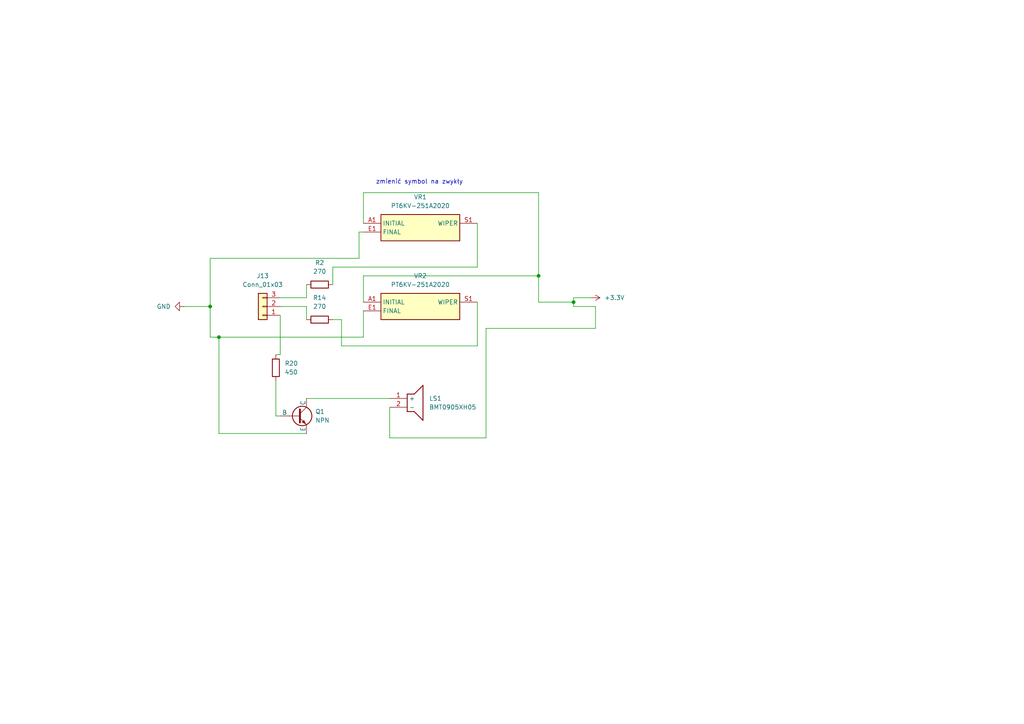
<source format=kicad_sch>
(kicad_sch (version 20250114) (generator "eeschema") (generator_version "9.0")
  (paper "A4")
  (lib_symbols
    (symbol "BMT0905XH05:BMT0905XH05"
      (property "Reference" "LS" (at 11.43 0 0))
      (property "Value" "BMT0905XH05" (at 11.43 -2.54 0))
      (symbol "BMT0905XH05_1_1"
        (polyline (pts (xy 5.08 1.27) (xy 5.08 -3.81)) (stroke (width 0.254)))
        (polyline (pts (xy 5.08 1.27) (xy 7.112 1.27)) (stroke (width 0.254)))
        (polyline (pts (xy 7.112 -3.81) (xy 5.08 -3.81)) (stroke (width 0.254)))
        (polyline (pts (xy 7.112 -3.81) (xy 9.652 -6.35)) (stroke (width 0.254)))
        (polyline (pts (xy 9.652 3.81) (xy 7.112 1.27)) (stroke (width 0.254)))
        (polyline (pts (xy 9.652 3.81) (xy 9.652 -6.35)) (stroke (width 0.254)))
        (pin passive line (at 0 0 0) (length 5.08) (name "+") (number "1"))
        (pin passive line (at 0 -2.54 0) (length 5.08) (name "-") (number "2"))
      )
    )
    (symbol "Connector_Generic:Conn_01x03" (pin_names (offset 1.016) (hide yes))
      (property "Reference" "J" (at 0 5.08 0))
      (property "Value" "Conn_01x03" (at 0 -5.08 0))
      (symbol "Conn_01x03_1_1"
        (rectangle (start -1.27 3.81) (end 1.27 -3.81) (stroke (width 0.254)) (fill (type background)))
        (rectangle (start -1.27 2.667) (end 0 2.413) (stroke (width 0.1524)))
        (rectangle (start -1.27 0.127) (end 0 -0.127) (stroke (width 0.1524)))
        (rectangle (start -1.27 -2.413) (end 0 -2.667) (stroke (width 0.1524)))
        (pin passive line (at -5.08 2.54 0) (length 3.81) (name "Pin_1") (number "1"))
        (pin passive line (at -5.08 0 0) (length 3.81) (name "Pin_2") (number "2"))
        (pin passive line (at -5.08 -2.54 0) (length 3.81) (name "Pin_3") (number "3"))
      )
    )
    (symbol "Device:R" (pin_numbers (hide yes)) (pin_names (offset 0))
      (property "Reference" "R" (at 2.032 0 90))
      (property "Value" "R" (at 0 0 90))
      (symbol "R_0_1"
        (rectangle (start -1.016 -2.54) (end 1.016 2.54) (stroke (width 0.254)))
      )
      (symbol "R_1_1"
        (pin passive line (at 0 3.81 270) (length 1.27) (name "~") (number "1"))
        (pin passive line (at 0 -3.81 90) (length 1.27) (name "~") (number "2"))
      )
    )
    (symbol "PT6KV-251A2020:PT6KV-251A2020"
      (property "Reference" "VR" (at 29.21 7.62 0))
      (property "Value" "PT6KV-251A2020" (at 29.21 5.08 0))
      (symbol "PT6KV-251A2020_1_1"
        (rectangle (start 5.08 2.54) (end 27.94 -5.08) (stroke (width 0.254)) (fill (type background)))
        (pin passive line (at 0 0 0) (length 5.08) (name "INITIAL") (number "A1"))
        (pin passive line (at 0 -2.54 0) (length 5.08) (name "FINAL") (number "E1"))
        (pin passive line (at 33.02 0 180) (length 5.08) (name "WIPER") (number "S1"))
      )
    )
    (symbol "Simulation_SPICE:NPN" (pin_numbers (hide yes)) (pin_names (offset 0))
      (property "Reference" "Q" (at -2.54 7.62 0))
      (property "Value" "NPN" (at -2.54 5.08 0))
      (symbol "NPN_0_1"
        (polyline (pts (xy -2.54 0) (xy 0.635 0)) (stroke (width 0.1524)))
        (polyline (pts (xy 0.635 1.905) (xy 0.635 -1.905) (xy 0.635 -1.905)) (stroke (width 0.508)))
        (polyline (pts (xy 0.635 0.635) (xy 2.54 2.54)))
        (polyline (pts (xy 0.635 -0.635) (xy 2.54 -2.54) (xy 2.54 -2.54)))
        (circle (center 1.27 0) (radius 2.8194) (stroke (width 0.254)))
        (polyline (pts (xy 1.27 -1.778) (xy 1.778 -1.27) (xy 2.286 -2.286) (xy 1.27 -1.778) (xy 1.27 -1.778)) (fill (type outline)))
        (polyline (pts (xy 2.794 -1.27) (xy 2.794 -1.27)) (stroke (width 0.1524)))
        (polyline (pts (xy 2.794 -1.27) (xy 2.794 -1.27)) (stroke (width 0.1524)))
      )
      (symbol "NPN_1_1"
        (pin input line (at -5.08 0 0) (length 2.54) (name "B") (number "2"))
        (pin open_collector line (at 2.54 5.08 270) (length 2.54) (name "C") (number "1"))
        (pin open_emitter line (at 2.54 -5.08 90) (length 2.54) (name "E") (number "3"))
      )
    )
    (symbol "power:+3.3V" (power) (pin_numbers (hide yes)) (pin_names (offset 0) (hide yes))
      (property "Value" "+3.3V" (at 0 3.556 0))
      (symbol "+3.3V_0_1"
        (polyline (pts (xy -0.762 1.27) (xy 0 2.54)))
        (polyline (pts (xy 0 2.54) (xy 0.762 1.27)))
        (polyline (pts (xy 0 0) (xy 0 2.54)))
      )
      (symbol "+3.3V_1_1"
        (pin power_in line (at 0 0 90) (length 0) (name "~") (number "1"))
      )
    )
    (symbol "power:GND" (power) (pin_numbers (hide yes)) (pin_names (offset 0) (hide yes))
      (property "Value" "GND" (at 0 -3.81 0))
      (symbol "GND_0_1"
        (polyline (pts (xy 0 0) (xy 0 -1.27) (xy 1.27 -1.27) (xy 0 -2.54) (xy -1.27 -1.27) (xy 0 -1.27)))
      )
      (symbol "GND_1_1"
        (pin power_in line (at 0 0 270) (length 0) (name "~") (number "1"))
      )
    )
  )
  (text "zmienić symbol na zwykły\n" (at 121.666 52.832 0) (effects (font (size 1.27 1.27))))
  (junction (at 63.5 97.79))
  (junction (at 166.37 87.63))
  (junction (at 156.21 80.01))
  (junction (at 60.96 88.9))
  (wire (pts (xy 60.96 74.93) (xy 60.96 88.9)))
  (wire (pts (xy 81.28 102.87) (xy 80.01 102.87)))
  (wire (pts (xy 99.06 92.71) (xy 99.06 100.33)))
  (wire (pts (xy 156.21 87.63) (xy 166.37 87.63)))
  (wire (pts (xy 105.41 87.63) (xy 105.41 80.01)))
  (wire (pts (xy 81.28 91.44) (xy 81.28 102.87)))
  (wire (pts (xy 166.37 87.63) (xy 166.37 86.36)))
  (wire (pts (xy 80.01 120.65) (xy 81.28 120.65)))
  (wire (pts (xy 113.03 127) (xy 140.97 127)))
  (wire (pts (xy 104.14 74.93) (xy 60.96 74.93)))
  (wire (pts (xy 156.21 55.88) (xy 105.41 55.88)))
  (wire (pts (xy 166.37 86.36) (xy 171.45 86.36)))
  (wire (pts (xy 60.96 88.9) (xy 60.96 97.79)))
  (wire (pts (xy 81.28 86.36) (xy 88.9 86.36)))
  (wire (pts (xy 105.41 90.17) (xy 105.41 97.79)))
  (wire (pts (xy 140.97 95.25) (xy 140.97 127)))
  (wire (pts (xy 81.28 88.9) (xy 88.9 88.9)))
  (wire (pts (xy 104.14 67.31) (xy 105.41 67.31)))
  (wire (pts (xy 96.52 77.47) (xy 96.52 82.55)))
  (wire (pts (xy 60.96 88.9) (xy 53.34 88.9)))
  (wire (pts (xy 99.06 100.33) (xy 138.43 100.33)))
  (wire (pts (xy 138.43 64.77) (xy 138.43 77.47)))
  (wire (pts (xy 138.43 87.63) (xy 138.43 100.33)))
  (wire (pts (xy 172.72 95.25) (xy 172.72 88.9)))
  (wire (pts (xy 96.52 92.71) (xy 99.06 92.71)))
  (wire (pts (xy 172.72 88.9) (xy 166.37 88.9)))
  (wire (pts (xy 156.21 80.01) (xy 156.21 87.63)))
  (wire (pts (xy 156.21 55.88) (xy 156.21 80.01)))
  (wire (pts (xy 88.9 115.57) (xy 113.03 115.57)))
  (wire (pts (xy 96.52 77.47) (xy 138.43 77.47)))
  (wire (pts (xy 113.03 118.11) (xy 113.03 127)))
  (wire (pts (xy 88.9 125.73) (xy 63.5 125.73)))
  (wire (pts (xy 63.5 125.73) (xy 63.5 97.79)))
  (wire (pts (xy 88.9 88.9) (xy 88.9 92.71)))
  (wire (pts (xy 60.96 97.79) (xy 63.5 97.79)))
  (wire (pts (xy 166.37 88.9) (xy 166.37 87.63)))
  (wire (pts (xy 172.72 95.25) (xy 140.97 95.25)))
  (wire (pts (xy 80.01 110.49) (xy 80.01 120.65)))
  (wire (pts (xy 63.5 97.79) (xy 105.41 97.79)))
  (wire (pts (xy 104.14 74.93) (xy 104.14 67.31)))
  (wire (pts (xy 105.41 80.01) (xy 156.21 80.01)))
  (wire (pts (xy 88.9 86.36) (xy 88.9 82.55)))
  (wire (pts (xy 105.41 55.88) (xy 105.41 64.77)))
  (symbol (lib_id "PT6KV-251A2020:PT6KV-251A2020") (at 105.41 87.63 0) (unit 1)
    (property "Reference" "VR2" (at 121.92 80.01 0))
    (property "Value" "PT6KV-251A2020" (at 121.92 82.55 0))
    (property "Footprint" "footprints:PT6KV251A2020" (effects (hide yes)))
    (property "Datasheet" "https://www.piher.net/pdf/11-PT6v03.pdf" (effects (hide yes)))
    (property "Description" "Trimmer Resistors - Through Hole 6mm carbon through hole potentiometer, Vertical adjust, 250 Ohm resistive value, Linear taper, tolerance 20%, screwdriver adjust" (effects (hide yes)))
    (property "Height" "4" (effects (hide yes)))
    (property "Mouser Part Number" "531-PT6KV-251A2020" (effects (hide yes)))
    (property "Mouser Price/Stock" "https://www.mouser.co.uk/ProductDetail/Amphenol-Piher/PT6KV-251A2020?qs=t7xnP681wgXG9WvvjPeB4g%3D%3D" (effects (hide yes)))
    (property "Manufacturer_Name" "PIHER" (effects (hide yes)))
    (property "Manufacturer_Part_Number" "PT6KV-251A2020" (effects (hide yes)))
  )
  (symbol (lib_id "Connector_Generic:Conn_01x03") (at 76.2 88.9 180) (unit 1)
    (property "Reference" "J13" (at 76.2 80.01 0))
    (property "Value" "Conn_01x03" (at 76.2 82.55 0))
    (property "Footprint" "Connector_PinHeader_2.54mm:PinHeader_1x03_P2.54mm_Vertical" (effects (hide yes)))
    (property "Description" "Generic connector, single row, 01x03, script generated (kicad-library-utils/schlib/autogen/connector/)" (effects (hide yes)))
  )
  (symbol (lib_id "power:+3.3V") (at 171.45 86.36 270) (unit 1)
    (property "Reference" "#PWR013" (effects (hide yes)))
    (property "Value" "+3.3V" (at 175.26 86.3599 90) (effects (justify left)))
    (property "Description" "Power symbol creates a global label with name \"+3.3V\"" (effects (hide yes)))
  )
  (symbol (lib_id "Device:R") (at 80.01 106.68 180) (unit 1)
    (property "Reference" "R20" (at 82.55 105.4099 0) (effects (justify right)))
    (property "Value" "450" (at 82.55 107.9499 0) (effects (justify right)))
    (property "Footprint" "Resistor_SMD:R_1206_3216Metric" (effects (hide yes)))
    (property "Description" "Resistor" (effects (hide yes)))
  )
  (symbol (lib_id "Device:R") (at 92.71 92.71 90) (unit 1)
    (property "Reference" "R14" (at 92.71 86.36 90))
    (property "Value" "270" (at 92.71 88.9 90))
    (property "Footprint" "Resistor_SMD:R_1206_3216Metric" (effects (hide yes)))
    (property "Description" "Resistor" (effects (hide yes)))
  )
  (symbol (lib_id "BMT0905XH05:BMT0905XH05") (at 113.03 115.57 0) (unit 1)
    (property "Reference" "LS1" (at 124.46 115.5699 0) (effects (justify left)))
    (property "Value" "BMT0905XH05" (at 124.46 118.1099 0) (effects (justify left)))
    (property "Footprint" "footprints:BMT0905XH05" (effects (hide yes)))
    (property "Datasheet" "https://www.tme.eu/Document/7f0b1b0d974635411dcfb4c191f1c3ad/BMT-0905XH05.pdf" (effects (hide yes)))
    (property "Description" "Electro-magnetic Transducer" (effects (hide yes)))
    (property "Height" "5" (effects (hide yes)))
    (property "Manufacturer_Name" "BeStar Electronics" (effects (hide yes)))
    (property "Manufacturer_Part_Number" "BMT0905XH05" (effects (hide yes)))
  )
  (symbol (lib_id "power:GND") (at 53.34 88.9 270) (unit 1)
    (property "Reference" "#PWR027" (effects (hide yes)))
    (property "Value" "GND" (at 49.53 88.8999 90) (effects (justify right)))
    (property "Description" "Power symbol creates a global label with name \"GND\" , ground" (effects (hide yes)))
  )
  (symbol (lib_id "Simulation_SPICE:NPN") (at 86.36 120.65 0) (unit 1)
    (property "Reference" "Q1" (at 91.44 119.3799 0) (effects (justify left)))
    (property "Value" "NPN" (at 91.44 121.9199 0) (effects (justify left)))
    (property "Footprint" "OptoDevice:Osram_SFH3710" (effects (hide yes)))
    (property "Datasheet" "https://ngspice.sourceforge.io/docs/ngspice-html-manual/manual.xhtml#cha_BJTs" (effects (hide yes)))
    (property "Description" "Bipolar transistor symbol for simulation only, substrate tied to the emitter" (effects (hide yes)))
    (property "Sim.Device" "NPN" (effects (hide yes)))
    (property "Sim.Type" "GUMMELPOON" (effects (hide yes)))
    (property "Sim.Pins" "1=C 2=B 3=E" (effects (hide yes)))
  )
  (symbol (lib_id "PT6KV-251A2020:PT6KV-251A2020") (at 105.41 64.77 0) (unit 1)
    (property "Reference" "VR1" (at 121.92 57.15 0))
    (property "Value" "PT6KV-251A2020" (at 121.92 59.69 0))
    (property "Footprint" "footprints:PT6KV251A2020" (effects (hide yes)))
    (property "Datasheet" "https://www.piher.net/pdf/11-PT6v03.pdf" (effects (hide yes)))
    (property "Description" "Trimmer Resistors - Through Hole 6mm carbon through hole potentiometer, Vertical adjust, 250 Ohm resistive value, Linear taper, tolerance 20%, screwdriver adjust" (effects (hide yes)))
    (property "Height" "4" (effects (hide yes)))
    (property "Mouser Part Number" "531-PT6KV-251A2020" (effects (hide yes)))
    (property "Mouser Price/Stock" "https://www.mouser.co.uk/ProductDetail/Amphenol-Piher/PT6KV-251A2020?qs=t7xnP681wgXG9WvvjPeB4g%3D%3D" (effects (hide yes)))
    (property "Manufacturer_Name" "PIHER" (effects (hide yes)))
    (property "Manufacturer_Part_Number" "PT6KV-251A2020" (effects (hide yes)))
  )
  (symbol (lib_id "Device:R") (at 92.71 82.55 90) (unit 1)
    (property "Reference" "R2" (at 92.71 76.2 90))
    (property "Value" "270" (at 92.71 78.74 90))
    (property "Footprint" "Resistor_SMD:R_1206_3216Metric" (effects (hide yes)))
    (property "Description" "Resistor" (effects (hide yes)))
  )
)
</source>
